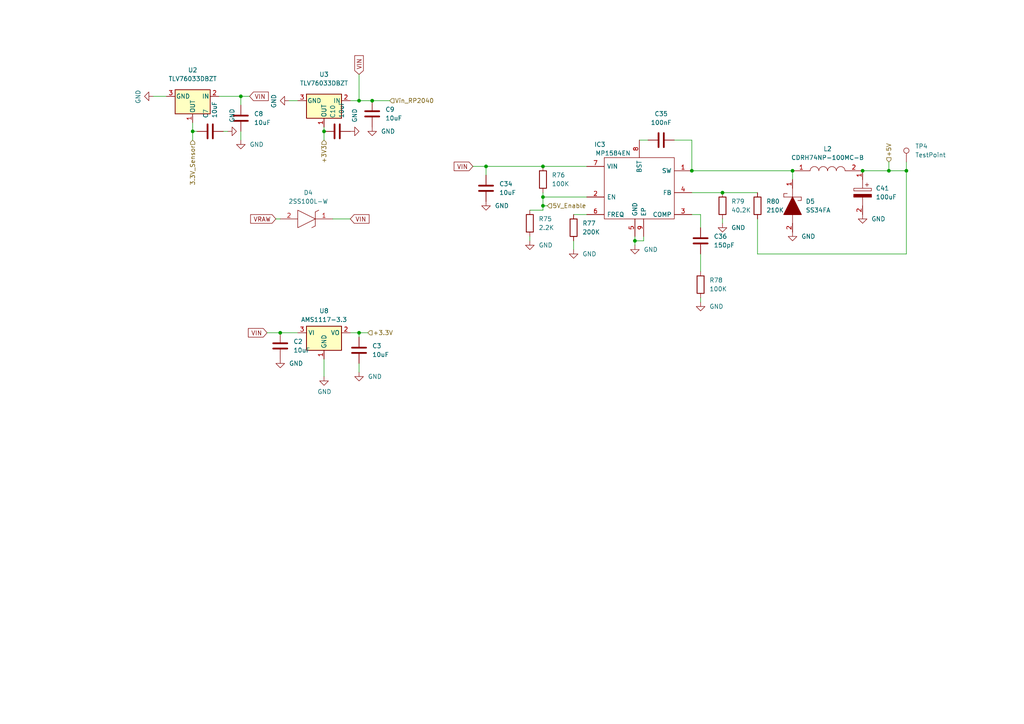
<source format=kicad_sch>
(kicad_sch (version 20231120) (generator "eeschema") (generator_version "8.0")
  (paper "A4")
  (lib_symbols
    (symbol "2SS100LW:2SS100L-W" (pin_names (offset 0.762))
      (property "Reference" "D" (at 10.16 8.89 0))
      (property "Value" "2SS100L-W" (at 10.16 6.35 0))
      (symbol "2SS100L-W_0_0"
        (pin passive line (at 0 0 0) (length 5.08) (name "~") (number "1"))
        (pin passive line (at 15.24 0 180) (length 5.08) (name "~") (number "2"))
      )
      (symbol "2SS100L-W_0_1"
        (polyline (pts (xy 4.064 -2.54) (xy 5.08 -2.032)) (stroke (width 0.1524)))
        (polyline (pts (xy 5.08 2.032) (xy 5.08 -2.032)) (stroke (width 0.1524)))
        (polyline (pts (xy 5.08 2.032) (xy 6.096 2.54)) (stroke (width 0.1524)))
        (polyline (pts (xy 5.08 0) (xy 10.16 2.54) (xy 10.16 -2.54) (xy 5.08 0)) (stroke (width 0.1524)))
      )
    )
    (symbol "CDRH74NP-100MC-B:CDRH74NP-100MC-B" (pin_names (offset 0.762))
      (property "Reference" "L" (at 16.51 6.35 0))
      (property "Value" "CDRH74NP-100MC-B" (at 16.51 3.81 0))
      (symbol "CDRH74NP-100MC-B_0_0"
        (pin passive line (at 0 0 0) (length 5.08) (name "~") (number "1"))
        (pin passive line (at 20.32 0 180) (length 5.08) (name "~") (number "2"))
      )
      (symbol "CDRH74NP-100MC-B_0_1"
        (arc (start 7.62 0) (mid 6.35 1.2202) (end 5.08 0) (stroke (width 0.1524)))
        (arc (start 10.16 0) (mid 8.89 1.2202) (end 7.62 0) (stroke (width 0.1524)))
        (arc (start 12.7 0) (mid 11.43 1.2202) (end 10.16 0) (stroke (width 0.1524)))
        (arc (start 15.24 0) (mid 13.97 1.2202) (end 12.7 0) (stroke (width 0.1524)))
      )
    )
    (symbol "Connector:TestPoint" (pin_numbers hide) (pin_names (offset 0.762) hide)
      (property "Reference" "TP" (at 0 6.858 0))
      (property "Value" "TestPoint" (at 0 5.08 0))
      (symbol "TestPoint_0_1"
        (circle (center 0 3.302) (radius 0.762))
      )
      (symbol "TestPoint_1_1"
        (pin passive line (at 0 0 90) (length 2.54) (name "1") (number "1"))
      )
    )
    (symbol "Device:C" (pin_numbers hide) (pin_names (offset 0.254))
      (property "Reference" "C" (at 0.635 2.54 0))
      (property "Value" "C" (at 0.635 -2.54 0))
      (symbol "C_0_1"
        (polyline (pts (xy -2.032 -0.762) (xy 2.032 -0.762)) (stroke (width 0.508)))
        (polyline (pts (xy -2.032 0.762) (xy 2.032 0.762)) (stroke (width 0.508)))
      )
      (symbol "C_1_1"
        (pin passive line (at 0 3.81 270) (length 2.794) (name "~") (number "1"))
        (pin passive line (at 0 -3.81 90) (length 2.794) (name "~") (number "2"))
      )
    )
    (symbol "Device:R" (pin_numbers hide) (pin_names (offset 0))
      (property "Reference" "R" (at 2.032 0 90))
      (property "Value" "R" (at 0 0 90))
      (symbol "R_0_1"
        (rectangle (start -1.016 -2.54) (end 1.016 2.54) (stroke (width 0.254)))
      )
      (symbol "R_1_1"
        (pin passive line (at 0 3.81 270) (length 1.27) (name "~") (number "1"))
        (pin passive line (at 0 -3.81 90) (length 1.27) (name "~") (number "2"))
      )
    )
    (symbol "LM1117-3.3_1" (pin_names (offset 0.254))
      (property "Reference" "U?" (at 0 7.62 0))
      (property "Value" "TLV76033DBZT" (at 0 5.08 0))
      (symbol "LM1117-3.3_1_0_1"
        (rectangle (start -5.08 -5.08) (end 5.08 1.905) (stroke (width 0.254)) (fill (type background)))
      )
      (symbol "LM1117-3.3_1_1_1"
        (pin power_in line (at 0 -7.62 90) (length 2.54) (name "OUT") (number "1"))
        (pin power_out line (at 7.62 0 180) (length 2.54) (name "IN") (number "2"))
        (pin power_in line (at -7.62 0 0) (length 2.54) (name "GND") (number "3"))
      )
    )
    (symbol "MP1584EN_1" (pin_names (offset 0.762))
      (property "Reference" "IC" (at 26.67 7.62 0))
      (property "Value" "MP1584EN" (at 26.67 5.08 0))
      (symbol "MP1584EN_1_0_0"
        (pin passive line (at 30.48 -1.27 180) (length 5.08) (name "SW") (number "1"))
        (pin passive line (at 0 -8.89 0) (length 5.08) (name "EN") (number "2"))
        (pin passive line (at 30.48 -13.97 180) (length 5.08) (name "COMP") (number "3"))
        (pin passive line (at 30.48 -7.62 180) (length 5.08) (name "FB") (number "4"))
        (pin passive line (at 13.97 -20.32 90) (length 5.08) (name "GND") (number "5"))
        (pin passive line (at 0 -13.97 0) (length 5.08) (name "FREQ") (number "6"))
        (pin passive line (at 0 0 0) (length 5.08) (name "VIN") (number "7"))
        (pin passive line (at 15.24 7.62 270) (length 5.08) (name "BST") (number "8"))
        (pin passive line (at 16.51 -20.32 90) (length 5.08) (name "EP") (number "9"))
      )
      (symbol "MP1584EN_1_0_1"
        (polyline (pts (xy 5.08 2.54) (xy 25.4 2.54) (xy 25.4 -15.24) (xy 5.08 -15.24) (xy 5.08 2.54)) (stroke (width 0.1524)))
      )
    )
    (symbol "Regulator_Linear:AMS1117-3.3"
      (property "Reference" "U" (at -3.81 3.175 0))
      (property "Value" "AMS1117-3.3" (at 0 3.175 0))
      (symbol "AMS1117-3.3_0_1"
        (rectangle (start -5.08 -5.08) (end 5.08 1.905) (stroke (width 0.254)) (fill (type background)))
      )
      (symbol "AMS1117-3.3_1_1"
        (pin power_in line (at 0 -7.62 90) (length 2.54) (name "GND") (number "1"))
        (pin power_out line (at 7.62 0 180) (length 2.54) (name "VO") (number "2"))
        (pin power_in line (at -7.62 0 0) (length 2.54) (name "VI") (number "3"))
      )
    )
    (symbol "SS34FA:SS34FA" (pin_names (offset 0.762))
      (property "Reference" "D" (at 12.7 8.89 0))
      (property "Value" "SS34FA" (at 12.7 6.35 0))
      (symbol "SS34FA_0_0"
        (pin passive line (at 2.54 0 0) (length 2.54) (name "~") (number "1"))
        (pin passive line (at 17.78 0 180) (length 2.54) (name "~") (number "2"))
      )
      (symbol "SS34FA_0_1"
        (polyline (pts (xy 5.08 0) (xy 7.62 0)) (stroke (width 0.1524)))
        (polyline (pts (xy 7.62 2.54) (xy 7.62 -2.54)) (stroke (width 0.1524)))
        (polyline (pts (xy 12.7 0) (xy 15.24 0)) (stroke (width 0.1524)))
        (polyline (pts (xy 7.62 -2.54) (xy 6.604 -2.54) (xy 6.604 -1.524)) (stroke (width 0.1524)))
        (polyline (pts (xy 7.62 2.54) (xy 8.636 2.54) (xy 8.636 1.524)) (stroke (width 0.1524)))
        (polyline (pts (xy 7.62 0) (xy 12.7 2.54) (xy 12.7 -2.54) (xy 7.62 0)) (stroke (width 0.254)) (fill (type outline)))
      )
    )
    (symbol "UWR1A101MCL1GB:UWR1A101MCL1GB" (pin_names (offset 0.762))
      (property "Reference" "C" (at 8.89 6.35 0))
      (property "Value" "UWR1A101MCL1GB" (at 8.89 3.81 0))
      (symbol "UWR1A101MCL1GB_0_0"
        (pin passive line (at 0 0 0) (length 2.54) (name "~") (number "1"))
        (pin passive line (at 12.7 0 180) (length 2.54) (name "~") (number "2"))
      )
      (symbol "UWR1A101MCL1GB_0_1"
        (polyline (pts (xy 2.54 0) (xy 5.08 0)) (stroke (width 0.1524)))
        (polyline (pts (xy 4.064 1.778) (xy 4.064 0.762)) (stroke (width 0.1524)))
        (polyline (pts (xy 4.572 1.27) (xy 3.556 1.27)) (stroke (width 0.1524)))
        (polyline (pts (xy 7.62 0) (xy 10.16 0)) (stroke (width 0.1524)))
        (polyline (pts (xy 5.08 2.54) (xy 5.08 -2.54) (xy 5.842 -2.54) (xy 5.842 2.54) (xy 5.08 2.54)) (stroke (width 0.1524)))
        (polyline (pts (xy 7.62 2.54) (xy 7.62 -2.54) (xy 6.858 -2.54) (xy 6.858 2.54) (xy 7.62 2.54)) (stroke (width 0.254)) (fill (type outline)))
      )
    )
    (symbol "power:GND" (power) (pin_names (offset 0))
      (property "Value" "GND" (at 0 -3.81 0))
      (symbol "GND_0_1"
        (polyline (pts (xy 0 0) (xy 0 -1.27) (xy 1.27 -1.27) (xy 0 -2.54) (xy -1.27 -1.27) (xy 0 -1.27)))
      )
      (symbol "GND_1_1"
        (pin power_in line (at 0 0 270) (length 0) hide (name "GND") (number "1"))
      )
    )
  )
  (junction (at 157.48 59.69))
  (junction (at 200.66 49.53))
  (junction (at 229.87 49.53))
  (junction (at 55.88 38.1))
  (junction (at 81.28 96.52))
  (junction (at 250.19 49.53))
  (junction (at 104.14 96.52))
  (junction (at 262.89 49.53))
  (junction (at 107.95 29.21))
  (junction (at 93.98 38.1))
  (junction (at 69.85 27.94))
  (junction (at 157.48 57.15))
  (junction (at 257.81 49.53))
  (junction (at 157.48 48.26))
  (junction (at 104.14 29.21))
  (junction (at 184.15 69.85))
  (junction (at 140.97 48.26))
  (junction (at 209.55 55.88))
  (wire (pts (xy 157.48 48.26) (xy 170.18 48.26)))
  (wire (pts (xy 64.77 38.1) (xy 66.04 38.1)))
  (wire (pts (xy 44.45 27.94) (xy 48.26 27.94)))
  (wire (pts (xy 257.81 46.99) (xy 257.81 49.53)))
  (wire (pts (xy 83.82 29.21) (xy 86.36 29.21)))
  (wire (pts (xy 153.67 69.85) (xy 153.67 68.58)))
  (wire (pts (xy 185.42 40.64) (xy 187.96 40.64)))
  (wire (pts (xy 107.95 29.21) (xy 113.03 29.21)))
  (wire (pts (xy 200.66 55.88) (xy 209.55 55.88)))
  (wire (pts (xy 262.89 46.99) (xy 262.89 49.53)))
  (wire (pts (xy 153.67 60.96) (xy 157.48 60.96)))
  (wire (pts (xy 158.75 59.69) (xy 157.48 59.69)))
  (wire (pts (xy 101.6 29.21) (xy 104.14 29.21)))
  (wire (pts (xy 101.6 63.5) (xy 96.52 63.5)))
  (wire (pts (xy 104.14 97.79) (xy 104.14 96.52)))
  (wire (pts (xy 104.14 96.52) (xy 101.6 96.52)))
  (wire (pts (xy 166.37 72.39) (xy 166.37 69.85)))
  (wire (pts (xy 257.81 49.53) (xy 262.89 49.53)))
  (wire (pts (xy 184.15 69.85) (xy 184.15 68.58)))
  (wire (pts (xy 219.71 73.66) (xy 262.89 73.66)))
  (wire (pts (xy 69.85 40.64) (xy 69.85 38.1)))
  (wire (pts (xy 203.2 62.23) (xy 203.2 66.04)))
  (wire (pts (xy 106.68 96.52) (xy 104.14 96.52)))
  (wire (pts (xy 69.85 30.48) (xy 69.85 27.94)))
  (wire (pts (xy 104.14 21.59) (xy 104.14 29.21)))
  (wire (pts (xy 157.48 57.15) (xy 170.18 57.15)))
  (wire (pts (xy 229.87 52.07) (xy 229.87 49.53)))
  (wire (pts (xy 80.01 63.5) (xy 81.28 63.5)))
  (wire (pts (xy 57.15 38.1) (xy 55.88 38.1)))
  (wire (pts (xy 157.48 57.15) (xy 157.48 55.88)))
  (wire (pts (xy 200.66 40.64) (xy 200.66 49.53)))
  (wire (pts (xy 157.48 59.69) (xy 157.48 57.15)))
  (wire (pts (xy 257.81 49.53) (xy 250.19 49.53)))
  (wire (pts (xy 200.66 62.23) (xy 203.2 62.23)))
  (wire (pts (xy 140.97 48.26) (xy 157.48 48.26)))
  (wire (pts (xy 203.2 87.63) (xy 203.2 86.36)))
  (wire (pts (xy 104.14 105.41) (xy 104.14 107.95)))
  (wire (pts (xy 55.88 40.64) (xy 55.88 38.1)))
  (wire (pts (xy 93.98 40.64) (xy 93.98 38.1)))
  (wire (pts (xy 69.85 27.94) (xy 63.5 27.94)))
  (wire (pts (xy 186.69 68.58) (xy 186.69 69.85)))
  (wire (pts (xy 186.69 69.85) (xy 184.15 69.85)))
  (wire (pts (xy 93.98 38.1) (xy 93.98 36.83)))
  (wire (pts (xy 200.66 49.53) (xy 229.87 49.53)))
  (wire (pts (xy 72.39 27.94) (xy 69.85 27.94)))
  (wire (pts (xy 140.97 50.8) (xy 140.97 48.26)))
  (wire (pts (xy 77.47 96.52) (xy 81.28 96.52)))
  (wire (pts (xy 104.14 29.21) (xy 107.95 29.21)))
  (wire (pts (xy 157.48 60.96) (xy 157.48 59.69)))
  (wire (pts (xy 184.15 71.12) (xy 184.15 69.85)))
  (wire (pts (xy 219.71 63.5) (xy 219.71 73.66)))
  (wire (pts (xy 93.98 109.22) (xy 93.98 104.14)))
  (wire (pts (xy 81.28 96.52) (xy 86.36 96.52)))
  (wire (pts (xy 55.88 38.1) (xy 55.88 35.56)))
  (wire (pts (xy 262.89 73.66) (xy 262.89 49.53)))
  (wire (pts (xy 195.58 40.64) (xy 200.66 40.64)))
  (wire (pts (xy 166.37 62.23) (xy 170.18 62.23)))
  (wire (pts (xy 209.55 64.77) (xy 209.55 63.5)))
  (wire (pts (xy 137.16 48.26) (xy 140.97 48.26)))
  (wire (pts (xy 209.55 55.88) (xy 219.71 55.88)))
  (wire (pts (xy 203.2 78.74) (xy 203.2 73.66)))
  (global_label "VIN" (shape input) (at 72.39 27.94 0) (property "Intersheetrefs" "${INTERSHEET_REFS}" (effects (hide yes))))
  (global_label "VIN" (shape input) (at 137.16 48.26 180) (property "Intersheetrefs" "${INTERSHEET_REFS}" (effects (hide yes))))
  (global_label "VRAW" (shape input) (at 80.01 63.5 180) (property "Intersheetrefs" "${INTERSHEET_REFS}" (effects (hide yes))))
  (global_label "VIN" (shape input) (at 101.6 63.5 0) (property "Intersheetrefs" "${INTERSHEET_REFS}" (effects (hide yes))))
  (global_label "VIN" (shape input) (at 104.14 21.59 90) (property "Intersheetrefs" "${INTERSHEET_REFS}" (effects (hide yes))))
  (global_label "VIN" (shape input) (at 77.47 96.52 180) (property "Intersheetrefs" "${INTERSHEET_REFS}" (effects (hide yes))))
  (hierarchical_label "+3V3" (shape input) (at 93.98 40.64 270))
  (hierarchical_label "Vin_RP2040" (shape input) (at 113.03 29.21 0))
  (hierarchical_label "+5V" (shape input) (at 257.81 46.99 90))
  (hierarchical_label "+3.3V" (shape input) (at 106.68 96.52 0))
  (hierarchical_label "3.3V_Sensor" (shape input) (at 55.88 40.64 270))
  (hierarchical_label "5V_Enable" (shape input) (at 158.75 59.69 0))
  (symbol (lib_id "power:GND") (at 44.45 27.94 270) (unit 1)
    (property "Reference" "#PWR0125" (effects (hide yes)))
    (property "Value" "GND" (at 40.0558 28.067 0))
  )
  (symbol (lib_id "power:GND") (at 81.28 104.14 0) (unit 1)
    (property "Reference" "#PWR034" (effects (hide yes)))
    (property "Value" "GND" (at 83.82 105.4099 0) (effects (justify left)))
  )
  (symbol (lib_id "Device:C") (at 107.95 33.02 180) (unit 1)
    (property "Reference" "C9" (at 111.76 31.75 0) (effects (justify right)))
    (property "Value" "10uF" (at 111.76 34.29 0) (effects (justify right)))
    (property "Footprint" "Capacitor_SMD:C_0603_1608Metric" (effects (hide yes)))
  )
  (symbol (lib_id "power:GND") (at 83.82 29.21 270) (unit 1)
    (property "Reference" "#PWR0124" (effects (hide yes)))
    (property "Value" "GND" (at 79.4258 29.337 0))
  )
  (symbol (lib_id "power:GND") (at 101.6 38.1 90) (unit 1)
    (property "Reference" "#PWR024" (effects (hide yes)))
    (property "Value" "GND" (at 102.8699 35.56 0) (effects (justify left)))
  )
  (symbol (lib_id "UWR1A101MCL1GB:UWR1A101MCL1GB") (at 250.19 49.53 270) (unit 1)
    (property "Reference" "C41" (at 254 54.61 90) (effects (justify left)))
    (property "Value" "100uF" (at 254 57.15 90) (effects (justify left)))
    (property "Footprint" "CAPAE660X550N" (effects (hide yes)))
    (property "Datasheet" "http://nichicon-us.com/english/products/pdfs/e-uwx.pdf" (effects (hide yes)))
    (property "Description" "Aluminum Electrolytic Capacitors - SMD 100UF      10V" (effects (hide yes)))
    (property "Height" "5.5" (effects (hide yes)))
    (property "Manufacturer_Name" "Nichicon" (effects (hide yes)))
    (property "Manufacturer_Part_Number" "UWR1A101MCL1GB" (effects (hide yes)))
    (property "Mouser Part Number" "647-UWR1A101MCL1GB" (effects (hide yes)))
    (property "Mouser Price/Stock" "https://www.mouser.co.uk/ProductDetail/Nichicon/UWR1A101MCL1GB/?qs=UBiR96IgLrSqLXS34HEodQ%3D%3D" (effects (hide yes)))
    (property "Arrow Part Number" "UWR1A101MCL1GB" (effects (hide yes)))
    (property "Arrow Price/Stock" "https://www.arrow.com/en/products/uwr1a101mcl1gb/nichicon" (effects (hide yes)))
  )
  (symbol (lib_name "MP1584EN_1") (lib_id "MP1584:MP1584EN") (at 170.18 48.26 0) (unit 1)
    (property "Reference" "IC3" (at 173.99 41.91 0))
    (property "Value" "MP1584EN" (at 177.8 44.45 0))
    (property "Footprint" "SOIC127P600X170-9N" (effects (hide yes)))
    (property "Description" "Switching Voltage Regulators 3A 1.5MHz 28V Nonsync Buck" (effects (hide yes)))
    (property "Height" "1.7" (effects (hide yes)))
    (property "Manufacturer_Name" "Monolithic Power Systems (MPS)" (effects (hide yes)))
    (property "Manufacturer_Part_Number" "MP1584EN" (effects (hide yes)))
  )
  (symbol (lib_id "power:GND") (at 140.97 58.42 0) (unit 1)
    (property "Reference" "#PWR026" (effects (hide yes)))
    (property "Value" "GND" (at 143.51 59.6899 0) (effects (justify left)))
  )
  (symbol (lib_id "Device:C") (at 81.28 100.33 180) (unit 1)
    (property "Reference" "C2" (at 85.09 99.06 0) (effects (justify right)))
    (property "Value" "10uF" (at 85.09 101.6 0) (effects (justify right)))
    (property "Footprint" "Capacitor_SMD:C_0603_1608Metric" (effects (hide yes)))
  )
  (symbol (lib_id "CDRH74NP-100MC-B:CDRH74NP-100MC-B") (at 229.87 49.53 0) (unit 1)
    (property "Reference" "L2" (at 240.03 43.18 0))
    (property "Value" "CDRH74NP-100MC-B" (at 240.03 45.72 0))
    (property "Footprint" "CDRH74NP100MCB" (effects (hide yes)))
    (property "Datasheet" "http://products.sumida.com/products/pdf/CDRH74.pdf" (effects (hide yes)))
    (property "Description" "Fixed Inductors 10uH 1.84A" (effects (hide yes)))
    (property "Height" "4" (effects (hide yes)))
    (property "Manufacturer_Name" "Sumida" (effects (hide yes)))
    (property "Manufacturer_Part_Number" "CDRH74NP-100MC-B" (effects (hide yes)))
    (property "Mouser Part Number" "851-CDRH74NP-100MC" (effects (hide yes)))
    (property "Mouser Price/Stock" "https://www.mouser.co.uk/ProductDetail/Sumida/CDRH74NP-100MC-B?qs=h1my64dUWNoRI4K4Qg6oOQ%3D%3D" (effects (hide yes)))
    (property "Arrow Part Number" "CDRH74NP-100MC-B" (effects (hide yes)))
    (property "Arrow Price/Stock" "https://www.arrow.com/en/products/cdrh74np-100mc-b/sumida?region=nac" (effects (hide yes)))
  )
  (symbol (lib_name "LM1117-3.3_1") (lib_id "Regulator_Linear:LM1117-3.3") (at 93.98 29.21 0) (unit 1)
    (property "Reference" "U3" (at 93.98 21.59 0))
    (property "Value" "TLV76033DBZT" (at 93.98 24.13 0))
    (property "Footprint" "Package_TO_SOT_SMD:SOT-23" (effects (hide yes)))
    (property "Datasheet" "http://www.ti.com/lit/ds/symlink/lm1117.pdf" (effects (hide yes)))
  )
  (symbol (lib_id "Device:R") (at 166.37 66.04 0) (unit 1)
    (property "Reference" "R77" (at 168.91 64.77 0) (effects (justify left)))
    (property "Value" "200K" (at 168.91 67.31 0) (effects (justify left)))
    (property "Footprint" "Resistor_SMD:R_0603_1608Metric" (effects (hide yes)))
  )
  (symbol (lib_id "Connector:TestPoint") (at 262.89 46.99 0) (unit 1)
    (property "Reference" "TP4" (at 265.43 42.418 0) (effects (justify left)))
    (property "Value" "TestPoint" (at 265.43 44.958 0) (effects (justify left)))
    (property "Footprint" "TestPoint:TestPoint_Pad_D1.5mm" (effects (hide yes)))
    (property "Description" "test point" (effects (hide yes)))
  )
  (symbol (lib_id "Device:C") (at 104.14 101.6 180) (unit 1)
    (property "Reference" "C3" (at 107.95 100.33 0) (effects (justify right)))
    (property "Value" "10uF" (at 107.95 102.87 0) (effects (justify right)))
    (property "Footprint" "Capacitor_SMD:C_0603_1608Metric" (effects (hide yes)))
  )
  (symbol (lib_id "power:GND") (at 153.67 69.85 0) (unit 1)
    (property "Reference" "#PWR027" (effects (hide yes)))
    (property "Value" "GND" (at 156.21 71.1199 0) (effects (justify left)))
  )
  (symbol (lib_id "Device:R") (at 153.67 64.77 0) (unit 1)
    (property "Reference" "R75" (at 156.21 63.5 0) (effects (justify left)))
    (property "Value" "2.2K" (at 156.21 66.04 0) (effects (justify left)))
    (property "Footprint" "Resistor_SMD:R_0603_1608Metric" (effects (hide yes)))
  )
  (symbol (lib_id "power:GND") (at 250.19 62.23 0) (unit 1)
    (property "Reference" "#PWR043" (effects (hide yes)))
    (property "Value" "GND" (at 252.73 63.4999 0) (effects (justify left)))
  )
  (symbol (lib_id "Device:C") (at 97.79 38.1 270) (unit 1)
    (property "Reference" "C10" (at 96.52 34.29 0) (effects (justify right)))
    (property "Value" "10uF" (at 99.06 34.29 0) (effects (justify right)))
    (property "Footprint" "Capacitor_SMD:C_0603_1608Metric" (effects (hide yes)))
  )
  (symbol (lib_id "power:GND") (at 66.04 38.1 90) (unit 1)
    (property "Reference" "#PWR021" (effects (hide yes)))
    (property "Value" "GND" (at 67.3099 35.56 0) (effects (justify left)))
  )
  (symbol (lib_id "power:GND") (at 107.95 36.83 0) (unit 1)
    (property "Reference" "#PWR023" (effects (hide yes)))
    (property "Value" "GND" (at 110.49 38.0999 0) (effects (justify left)))
  )
  (symbol (lib_id "Regulator_Linear:AMS1117-3.3") (at 93.98 96.52 0) (unit 1)
    (property "Reference" "U8" (at 93.98 90.17 0))
    (property "Value" "AMS1117-3.3" (at 93.98 92.71 0))
    (property "Footprint" "Package_TO_SOT_SMD:SOT-223-3_TabPin2" (effects (hide yes)))
    (property "Datasheet" "http://www.advanced-monolithic.com/pdf/ds1117.pdf" (effects (hide yes)))
    (property "Description" "1A Low Dropout regulator, positive, 3.3V fixed output, SOT-223" (effects (hide yes)))
  )
  (symbol (lib_id "power:GND") (at 93.98 109.22 0) (unit 1)
    (property "Reference" "#PWR033" (effects (hide yes)))
    (property "Value" "GND" (at 94.107 113.6142 0))
  )
  (symbol (lib_id "Device:C") (at 69.85 34.29 180) (unit 1)
    (property "Reference" "C8" (at 73.66 33.02 0) (effects (justify right)))
    (property "Value" "10uF" (at 73.66 35.56 0) (effects (justify right)))
    (property "Footprint" "Capacitor_SMD:C_0603_1608Metric" (effects (hide yes)))
  )
  (symbol (lib_id "power:GND") (at 229.87 67.31 0) (unit 1)
    (property "Reference" "#PWR032" (effects (hide yes)))
    (property "Value" "GND" (at 232.41 68.5799 0) (effects (justify left)))
  )
  (symbol (lib_id "Device:R") (at 219.71 59.69 0) (unit 1)
    (property "Reference" "R80" (at 222.25 58.42 0) (effects (justify left)))
    (property "Value" "210K" (at 222.25 60.96 0) (effects (justify left)))
    (property "Footprint" "Resistor_SMD:R_0603_1608Metric" (effects (hide yes)))
  )
  (symbol (lib_id "Device:C") (at 60.96 38.1 270) (unit 1)
    (property "Reference" "C7" (at 59.69 34.29 0) (effects (justify right)))
    (property "Value" "10uF" (at 62.23 34.29 0) (effects (justify right)))
    (property "Footprint" "Capacitor_SMD:C_0603_1608Metric" (effects (hide yes)))
  )
  (symbol (lib_id "2SS100LW:2SS100L-W") (at 96.52 63.5 180) (unit 1)
    (property "Reference" "D4" (at 89.408 55.88 0))
    (property "Value" "2SS100L-W" (at 89.408 58.42 0))
    (property "Footprint" "2SS100L-W:2SS100LW" (effects (hide yes)))
    (property "Datasheet" "https://componentsearchengine.com/Datasheets/1/2SS100L-W.pdf" (effects (hide yes)))
    (property "Description" "Schottky Diodes & Rectifiers 100V 2A SM SCHOTTKY Barrier Rectifier" (effects (hide yes)))
    (property "Height" "1" (effects (hide yes)))
    (property "Manufacturer_Name" "Rectron" (effects (hide yes)))
    (property "Manufacturer_Part_Number" "2SS100L-W" (effects (hide yes)))
    (property "Mouser Part Number" "583-2SS100L-W" (effects (hide yes)))
    (property "Mouser Price/Stock" "https://www.mouser.co.uk/ProductDetail/Rectron/2SS100L-W?qs=5aG0NVq1C4wsv0OtzLcEnw%3D%3D" (effects (hide yes)))
    (property "Arrow Part Number" "2SS100L-W" (effects (hide yes)))
    (property "Arrow Price/Stock" "https://www.arrow.com/en/products/2ss100l-w/rectron?region=nac" (effects (hide yes)))
  )
  (symbol (lib_id "power:GND") (at 184.15 71.12 0) (unit 1)
    (property "Reference" "#PWR029" (effects (hide yes)))
    (property "Value" "GND" (at 186.69 72.3899 0) (effects (justify left)))
  )
  (symbol (lib_id "SS34FA:SS34FA") (at 229.87 49.53 270) (unit 1)
    (property "Reference" "D5" (at 233.68 58.42 90) (effects (justify left)))
    (property "Value" "SS34FA" (at 233.68 60.96 90) (effects (justify left)))
    (property "Footprint" "SODFL3618X143N" (effects (hide yes)))
    (property "Datasheet" "http://www.onsemi.com/pub/Collateral/SS36FA-D.pdf" (effects (hide yes)))
    (property "Description" "ON SEMICONDUCTOR - SS34FA - SCHOTTKY RECT, AEC-Q101, 40V, SOD-123FA" (effects (hide yes)))
    (property "Height" "1.43" (effects (hide yes)))
    (property "Manufacturer_Name" "onsemi" (effects (hide yes)))
    (property "Manufacturer_Part_Number" "SS34FA" (effects (hide yes)))
    (property "Mouser Part Number" "512-SS34FA" (effects (hide yes)))
    (property "Mouser Price/Stock" "https://www.mouser.co.uk/ProductDetail/ON-Semiconductor-Fairchild/SS34FA?qs=R26iFe%2FkX%2FK1QUwZdCmBBw%3D%3D" (effects (hide yes)))
    (property "Arrow Part Number" "SS34FA" (effects (hide yes)))
    (property "Arrow Price/Stock" "https://www.arrow.com/en/products/ss34fa/on-semiconductor?region=nac" (effects (hide yes)))
  )
  (symbol (lib_id "Device:C") (at 203.2 69.85 180) (unit 1)
    (property "Reference" "C36" (at 207.01 68.58 0) (effects (justify right)))
    (property "Value" "150pF" (at 207.01 71.12 0) (effects (justify right)))
    (property "Footprint" "Capacitor_SMD:C_0603_1608Metric" (effects (hide yes)))
  )
  (symbol (lib_id "power:GND") (at 209.55 64.77 0) (unit 1)
    (property "Reference" "#PWR031" (effects (hide yes)))
    (property "Value" "GND" (at 212.09 66.0399 0) (effects (justify left)))
  )
  (symbol (lib_id "power:GND") (at 166.37 72.39 0) (unit 1)
    (property "Reference" "#PWR028" (effects (hide yes)))
    (property "Value" "GND" (at 168.91 73.6599 0) (effects (justify left)))
  )
  (symbol (lib_id "Device:R") (at 157.48 52.07 0) (unit 1)
    (property "Reference" "R76" (at 160.02 50.8 0) (effects (justify left)))
    (property "Value" "100K" (at 160.02 53.34 0) (effects (justify left)))
    (property "Footprint" "Resistor_SMD:R_0603_1608Metric" (effects (hide yes)))
  )
  (symbol (lib_id "power:GND") (at 69.85 40.64 0) (unit 1)
    (property "Reference" "#PWR022" (effects (hide yes)))
    (property "Value" "GND" (at 72.39 41.9099 0) (effects (justify left)))
  )
  (symbol (lib_id "Device:R") (at 209.55 59.69 0) (unit 1)
    (property "Reference" "R79" (at 212.09 58.42 0) (effects (justify left)))
    (property "Value" "40.2K" (at 212.09 60.96 0) (effects (justify left)))
    (property "Footprint" "Resistor_SMD:R_0603_1608Metric" (effects (hide yes)))
  )
  (symbol (lib_id "Device:R") (at 203.2 82.55 0) (unit 1)
    (property "Reference" "R78" (at 205.74 81.28 0) (effects (justify left)))
    (property "Value" "100K" (at 205.74 83.82 0) (effects (justify left)))
    (property "Footprint" "Resistor_SMD:R_0603_1608Metric" (effects (hide yes)))
  )
  (symbol (lib_id "power:GND") (at 203.2 87.63 0) (unit 1)
    (property "Reference" "#PWR030" (effects (hide yes)))
    (property "Value" "GND" (at 205.74 88.8999 0) (effects (justify left)))
  )
  (symbol (lib_id "Device:C") (at 191.77 40.64 270) (unit 1)
    (property "Reference" "C35" (at 191.77 33.02 90))
    (property "Value" "100nF" (at 191.77 35.56 90))
    (property "Footprint" "Capacitor_SMD:C_0603_1608Metric" (effects (hide yes)))
  )
  (symbol (lib_id "power:GND") (at 104.14 107.95 0) (unit 1)
    (property "Reference" "#PWR035" (effects (hide yes)))
    (property "Value" "GND" (at 106.68 109.2199 0) (effects (justify left)))
  )
  (symbol (lib_name "LM1117-3.3_1") (lib_id "Regulator_Linear:LM1117-3.3") (at 55.88 27.94 0) (unit 1)
    (property "Reference" "U2" (at 55.88 20.32 0))
    (property "Value" "TLV76033DBZT" (at 55.88 22.86 0))
    (property "Footprint" "Package_TO_SOT_SMD:SOT-23" (effects (hide yes)))
    (property "Datasheet" "http://www.ti.com/lit/ds/symlink/lm1117.pdf" (effects (hide yes)))
  )
  (symbol (lib_id "Device:C") (at 140.97 54.61 180) (unit 1)
    (property "Reference" "C34" (at 144.78 53.34 0) (effects (justify right)))
    (property "Value" "10uF" (at 144.78 55.88 0) (effects (justify right)))
    (property "Footprint" "Capacitor_SMD:C_0603_1608Metric" (effects (hide yes)))
  )
)
</source>
